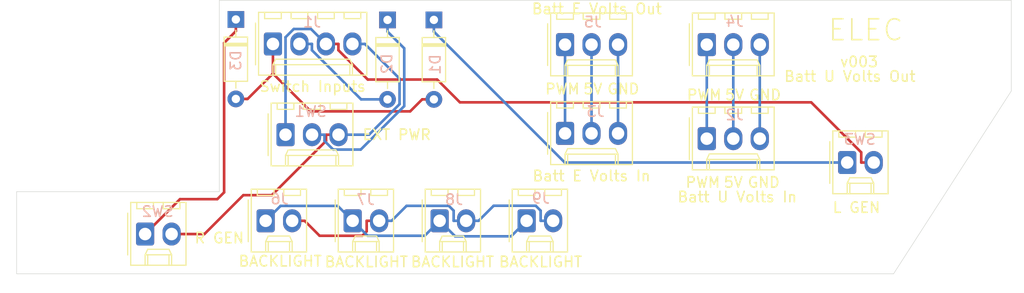
<source format=kicad_pcb>
(kicad_pcb (version 20171130) (host pcbnew "(5.1.5-0-10_14)")

  (general
    (thickness 1.6)
    (drawings 18)
    (tracks 87)
    (zones 0)
    (modules 19)
    (nets 16)
  )

  (page A4)
  (layers
    (0 F.Cu signal)
    (31 B.Cu signal)
    (32 B.Adhes user)
    (33 F.Adhes user)
    (34 B.Paste user)
    (35 F.Paste user)
    (36 B.SilkS user)
    (37 F.SilkS user)
    (38 B.Mask user)
    (39 F.Mask user)
    (40 Dwgs.User user)
    (41 Cmts.User user)
    (42 Eco1.User user)
    (43 Eco2.User user)
    (44 Edge.Cuts user)
    (45 Margin user)
    (46 B.CrtYd user)
    (47 F.CrtYd user)
    (48 B.Fab user)
    (49 F.Fab user)
  )

  (setup
    (last_trace_width 0.25)
    (trace_clearance 0.2)
    (zone_clearance 0.508)
    (zone_45_only no)
    (trace_min 0.2)
    (via_size 0.8)
    (via_drill 0.4)
    (via_min_size 0.4)
    (via_min_drill 0.3)
    (uvia_size 0.3)
    (uvia_drill 0.1)
    (uvias_allowed no)
    (uvia_min_size 0.2)
    (uvia_min_drill 0.1)
    (edge_width 0.05)
    (segment_width 0.2)
    (pcb_text_width 0.3)
    (pcb_text_size 1.5 1.5)
    (mod_edge_width 0.12)
    (mod_text_size 1 1)
    (mod_text_width 0.15)
    (pad_size 1.524 1.524)
    (pad_drill 0.762)
    (pad_to_mask_clearance 0.051)
    (solder_mask_min_width 0.25)
    (aux_axis_origin 0 0)
    (visible_elements FFFFFF7F)
    (pcbplotparams
      (layerselection 0x010fc_ffffffff)
      (usegerberextensions false)
      (usegerberattributes false)
      (usegerberadvancedattributes false)
      (creategerberjobfile false)
      (excludeedgelayer true)
      (linewidth 0.100000)
      (plotframeref false)
      (viasonmask false)
      (mode 1)
      (useauxorigin false)
      (hpglpennumber 1)
      (hpglpenspeed 20)
      (hpglpendiameter 15.000000)
      (psnegative false)
      (psa4output false)
      (plotreference true)
      (plotvalue true)
      (plotinvisibletext false)
      (padsonsilk false)
      (subtractmaskfromsilk false)
      (outputformat 1)
      (mirror false)
      (drillshape 0)
      (scaleselection 1)
      (outputdirectory "Manufacturing/"))
  )

  (net 0 "")
  (net 1 "Net-(D1-Pad2)")
  (net 2 "Net-(D1-Pad1)")
  (net 3 "Net-(D2-Pad1)")
  (net 4 "Net-(D3-Pad1)")
  (net 5 /Row2)
  (net 6 /Row1)
  (net 7 /U_GND)
  (net 8 /U_5V)
  (net 9 /U_PWM)
  (net 10 /E_GND)
  (net 11 /E_5V)
  (net 12 /E_PWM)
  (net 13 "Net-(D2-Pad2)")
  (net 14 /BACKLIGHT-GND)
  (net 15 /BACKLIGHT+12V)

  (net_class Default "This is the default net class."
    (clearance 0.2)
    (trace_width 0.25)
    (via_dia 0.8)
    (via_drill 0.4)
    (uvia_dia 0.3)
    (uvia_drill 0.1)
    (add_net /BACKLIGHT+12V)
    (add_net /BACKLIGHT-GND)
    (add_net /E_5V)
    (add_net /E_GND)
    (add_net /E_PWM)
    (add_net /Row1)
    (add_net /Row2)
    (add_net /U_5V)
    (add_net /U_GND)
    (add_net /U_PWM)
    (add_net "Net-(D1-Pad1)")
    (add_net "Net-(D1-Pad2)")
    (add_net "Net-(D2-Pad1)")
    (add_net "Net-(D2-Pad2)")
    (add_net "Net-(D3-Pad1)")
  )

  (module PT_Library_v001:Molex_1x02_P2.54mm_Vertical (layer F.Cu) (tedit 5B78013E) (tstamp 61750210)
    (at 129.54 98.933)
    (descr "Molex KK-254 Interconnect System, old/engineering part number: AE-6410-02A example for new part number: 22-27-2021, 2 Pins (http://www.molex.com/pdm_docs/sd/022272021_sd.pdf), generated with kicad-footprint-generator")
    (tags "connector Molex KK-254 side entry")
    (path /617601FA)
    (fp_text reference J9 (at 1.361 -2.159) (layer B.SilkS)
      (effects (font (size 1 1) (thickness 0.15)) (justify mirror))
    )
    (fp_text value BACKLIGHT (at 1.3335 3.937) (layer F.SilkS)
      (effects (font (size 1 1) (thickness 0.15)))
    )
    (fp_text user %R (at 1.27 -2.22) (layer F.Fab)
      (effects (font (size 1 1) (thickness 0.15)))
    )
    (fp_line (start 4.31 -3.42) (end -1.77 -3.42) (layer F.CrtYd) (width 0.05))
    (fp_line (start 4.31 3.38) (end 4.31 -3.42) (layer F.CrtYd) (width 0.05))
    (fp_line (start -1.77 3.38) (end 4.31 3.38) (layer F.CrtYd) (width 0.05))
    (fp_line (start -1.77 -3.42) (end -1.77 3.38) (layer F.CrtYd) (width 0.05))
    (fp_line (start 3.34 -2.43) (end 3.34 -3.03) (layer F.SilkS) (width 0.12))
    (fp_line (start 1.74 -2.43) (end 3.34 -2.43) (layer F.SilkS) (width 0.12))
    (fp_line (start 1.74 -3.03) (end 1.74 -2.43) (layer F.SilkS) (width 0.12))
    (fp_line (start 0.8 -2.43) (end 0.8 -3.03) (layer F.SilkS) (width 0.12))
    (fp_line (start -0.8 -2.43) (end 0.8 -2.43) (layer F.SilkS) (width 0.12))
    (fp_line (start -0.8 -3.03) (end -0.8 -2.43) (layer F.SilkS) (width 0.12))
    (fp_line (start 2.29 2.99) (end 2.29 1.99) (layer F.SilkS) (width 0.12))
    (fp_line (start 0.25 2.99) (end 0.25 1.99) (layer F.SilkS) (width 0.12))
    (fp_line (start 2.29 1.46) (end 2.54 1.99) (layer F.SilkS) (width 0.12))
    (fp_line (start 0.25 1.46) (end 2.29 1.46) (layer F.SilkS) (width 0.12))
    (fp_line (start 0 1.99) (end 0.25 1.46) (layer F.SilkS) (width 0.12))
    (fp_line (start 2.54 1.99) (end 2.54 2.99) (layer F.SilkS) (width 0.12))
    (fp_line (start 0 1.99) (end 2.54 1.99) (layer F.SilkS) (width 0.12))
    (fp_line (start 0 2.99) (end 0 1.99) (layer F.SilkS) (width 0.12))
    (fp_line (start -0.562893 0) (end -1.27 0.5) (layer F.Fab) (width 0.1))
    (fp_line (start -1.27 -0.5) (end -0.562893 0) (layer F.Fab) (width 0.1))
    (fp_line (start -1.67 -2) (end -1.67 2) (layer F.SilkS) (width 0.12))
    (fp_line (start 3.92 -3.03) (end -1.38 -3.03) (layer F.SilkS) (width 0.12))
    (fp_line (start 3.92 2.99) (end 3.92 -3.03) (layer F.SilkS) (width 0.12))
    (fp_line (start -1.38 2.99) (end 3.92 2.99) (layer F.SilkS) (width 0.12))
    (fp_line (start -1.38 -3.03) (end -1.38 2.99) (layer F.SilkS) (width 0.12))
    (fp_line (start 3.81 -2.92) (end -1.27 -2.92) (layer F.Fab) (width 0.1))
    (fp_line (start 3.81 2.88) (end 3.81 -2.92) (layer F.Fab) (width 0.1))
    (fp_line (start -1.27 2.88) (end 3.81 2.88) (layer F.Fab) (width 0.1))
    (fp_line (start -1.27 -2.92) (end -1.27 2.88) (layer F.Fab) (width 0.1))
    (pad 2 thru_hole oval (at 2.54 0) (size 1.74 2.2) (drill 1.2) (layers *.Cu *.Mask)
      (net 14 /BACKLIGHT-GND))
    (pad 1 thru_hole roundrect (at 0 0) (size 1.74 2.2) (drill 1.2) (layers *.Cu *.Mask) (roundrect_rratio 0.143678)
      (net 15 /BACKLIGHT+12V))
    (model ${KISYS3DMOD}/Connector_Molex.3dshapes/Molex_KK-254_AE-6410-02A_1x02_P2.54mm_Vertical.wrl
      (at (xyz 0 0 0))
      (scale (xyz 1 1 1))
      (rotate (xyz 0 0 0))
    )
  )

  (module PT_Library_v001:Molex_1x02_P2.54mm_Vertical (layer F.Cu) (tedit 5B78013E) (tstamp 617501EC)
    (at 121.2 98.933)
    (descr "Molex KK-254 Interconnect System, old/engineering part number: AE-6410-02A example for new part number: 22-27-2021, 2 Pins (http://www.molex.com/pdm_docs/sd/022272021_sd.pdf), generated with kicad-footprint-generator")
    (tags "connector Molex KK-254 side entry")
    (path /617601EE)
    (fp_text reference J8 (at 1.379 -2.032) (layer B.SilkS)
      (effects (font (size 1 1) (thickness 0.15)) (justify mirror))
    )
    (fp_text value BACKLIGHT (at 1.227668 3.937) (layer F.SilkS)
      (effects (font (size 1 1) (thickness 0.15)))
    )
    (fp_text user %R (at 1.27 -2.22) (layer F.Fab)
      (effects (font (size 1 1) (thickness 0.15)))
    )
    (fp_line (start 4.31 -3.42) (end -1.77 -3.42) (layer F.CrtYd) (width 0.05))
    (fp_line (start 4.31 3.38) (end 4.31 -3.42) (layer F.CrtYd) (width 0.05))
    (fp_line (start -1.77 3.38) (end 4.31 3.38) (layer F.CrtYd) (width 0.05))
    (fp_line (start -1.77 -3.42) (end -1.77 3.38) (layer F.CrtYd) (width 0.05))
    (fp_line (start 3.34 -2.43) (end 3.34 -3.03) (layer F.SilkS) (width 0.12))
    (fp_line (start 1.74 -2.43) (end 3.34 -2.43) (layer F.SilkS) (width 0.12))
    (fp_line (start 1.74 -3.03) (end 1.74 -2.43) (layer F.SilkS) (width 0.12))
    (fp_line (start 0.8 -2.43) (end 0.8 -3.03) (layer F.SilkS) (width 0.12))
    (fp_line (start -0.8 -2.43) (end 0.8 -2.43) (layer F.SilkS) (width 0.12))
    (fp_line (start -0.8 -3.03) (end -0.8 -2.43) (layer F.SilkS) (width 0.12))
    (fp_line (start 2.29 2.99) (end 2.29 1.99) (layer F.SilkS) (width 0.12))
    (fp_line (start 0.25 2.99) (end 0.25 1.99) (layer F.SilkS) (width 0.12))
    (fp_line (start 2.29 1.46) (end 2.54 1.99) (layer F.SilkS) (width 0.12))
    (fp_line (start 0.25 1.46) (end 2.29 1.46) (layer F.SilkS) (width 0.12))
    (fp_line (start 0 1.99) (end 0.25 1.46) (layer F.SilkS) (width 0.12))
    (fp_line (start 2.54 1.99) (end 2.54 2.99) (layer F.SilkS) (width 0.12))
    (fp_line (start 0 1.99) (end 2.54 1.99) (layer F.SilkS) (width 0.12))
    (fp_line (start 0 2.99) (end 0 1.99) (layer F.SilkS) (width 0.12))
    (fp_line (start -0.562893 0) (end -1.27 0.5) (layer F.Fab) (width 0.1))
    (fp_line (start -1.27 -0.5) (end -0.562893 0) (layer F.Fab) (width 0.1))
    (fp_line (start -1.67 -2) (end -1.67 2) (layer F.SilkS) (width 0.12))
    (fp_line (start 3.92 -3.03) (end -1.38 -3.03) (layer F.SilkS) (width 0.12))
    (fp_line (start 3.92 2.99) (end 3.92 -3.03) (layer F.SilkS) (width 0.12))
    (fp_line (start -1.38 2.99) (end 3.92 2.99) (layer F.SilkS) (width 0.12))
    (fp_line (start -1.38 -3.03) (end -1.38 2.99) (layer F.SilkS) (width 0.12))
    (fp_line (start 3.81 -2.92) (end -1.27 -2.92) (layer F.Fab) (width 0.1))
    (fp_line (start 3.81 2.88) (end 3.81 -2.92) (layer F.Fab) (width 0.1))
    (fp_line (start -1.27 2.88) (end 3.81 2.88) (layer F.Fab) (width 0.1))
    (fp_line (start -1.27 -2.92) (end -1.27 2.88) (layer F.Fab) (width 0.1))
    (pad 2 thru_hole oval (at 2.54 0) (size 1.74 2.2) (drill 1.2) (layers *.Cu *.Mask)
      (net 14 /BACKLIGHT-GND))
    (pad 1 thru_hole roundrect (at 0 0) (size 1.74 2.2) (drill 1.2) (layers *.Cu *.Mask) (roundrect_rratio 0.143678)
      (net 15 /BACKLIGHT+12V))
    (model ${KISYS3DMOD}/Connector_Molex.3dshapes/Molex_KK-254_AE-6410-02A_1x02_P2.54mm_Vertical.wrl
      (at (xyz 0 0 0))
      (scale (xyz 1 1 1))
      (rotate (xyz 0 0 0))
    )
  )

  (module PT_Library_v001:Molex_1x02_P2.54mm_Vertical (layer F.Cu) (tedit 5B78013E) (tstamp 617501C8)
    (at 112.861 98.933)
    (descr "Molex KK-254 Interconnect System, old/engineering part number: AE-6410-02A example for new part number: 22-27-2021, 2 Pins (http://www.molex.com/pdm_docs/sd/022272021_sd.pdf), generated with kicad-footprint-generator")
    (tags "connector Molex KK-254 side entry")
    (path /6175F2BB)
    (fp_text reference J7 (at 1.248834 -2.032) (layer B.SilkS)
      (effects (font (size 1 1) (thickness 0.15)) (justify mirror))
    )
    (fp_text value BACKLIGHT (at 1.312334 3.937) (layer F.SilkS)
      (effects (font (size 1 1) (thickness 0.15)))
    )
    (fp_text user %R (at 1.27 -2.22) (layer F.Fab)
      (effects (font (size 1 1) (thickness 0.15)))
    )
    (fp_line (start 4.31 -3.42) (end -1.77 -3.42) (layer F.CrtYd) (width 0.05))
    (fp_line (start 4.31 3.38) (end 4.31 -3.42) (layer F.CrtYd) (width 0.05))
    (fp_line (start -1.77 3.38) (end 4.31 3.38) (layer F.CrtYd) (width 0.05))
    (fp_line (start -1.77 -3.42) (end -1.77 3.38) (layer F.CrtYd) (width 0.05))
    (fp_line (start 3.34 -2.43) (end 3.34 -3.03) (layer F.SilkS) (width 0.12))
    (fp_line (start 1.74 -2.43) (end 3.34 -2.43) (layer F.SilkS) (width 0.12))
    (fp_line (start 1.74 -3.03) (end 1.74 -2.43) (layer F.SilkS) (width 0.12))
    (fp_line (start 0.8 -2.43) (end 0.8 -3.03) (layer F.SilkS) (width 0.12))
    (fp_line (start -0.8 -2.43) (end 0.8 -2.43) (layer F.SilkS) (width 0.12))
    (fp_line (start -0.8 -3.03) (end -0.8 -2.43) (layer F.SilkS) (width 0.12))
    (fp_line (start 2.29 2.99) (end 2.29 1.99) (layer F.SilkS) (width 0.12))
    (fp_line (start 0.25 2.99) (end 0.25 1.99) (layer F.SilkS) (width 0.12))
    (fp_line (start 2.29 1.46) (end 2.54 1.99) (layer F.SilkS) (width 0.12))
    (fp_line (start 0.25 1.46) (end 2.29 1.46) (layer F.SilkS) (width 0.12))
    (fp_line (start 0 1.99) (end 0.25 1.46) (layer F.SilkS) (width 0.12))
    (fp_line (start 2.54 1.99) (end 2.54 2.99) (layer F.SilkS) (width 0.12))
    (fp_line (start 0 1.99) (end 2.54 1.99) (layer F.SilkS) (width 0.12))
    (fp_line (start 0 2.99) (end 0 1.99) (layer F.SilkS) (width 0.12))
    (fp_line (start -0.562893 0) (end -1.27 0.5) (layer F.Fab) (width 0.1))
    (fp_line (start -1.27 -0.5) (end -0.562893 0) (layer F.Fab) (width 0.1))
    (fp_line (start -1.67 -2) (end -1.67 2) (layer F.SilkS) (width 0.12))
    (fp_line (start 3.92 -3.03) (end -1.38 -3.03) (layer F.SilkS) (width 0.12))
    (fp_line (start 3.92 2.99) (end 3.92 -3.03) (layer F.SilkS) (width 0.12))
    (fp_line (start -1.38 2.99) (end 3.92 2.99) (layer F.SilkS) (width 0.12))
    (fp_line (start -1.38 -3.03) (end -1.38 2.99) (layer F.SilkS) (width 0.12))
    (fp_line (start 3.81 -2.92) (end -1.27 -2.92) (layer F.Fab) (width 0.1))
    (fp_line (start 3.81 2.88) (end 3.81 -2.92) (layer F.Fab) (width 0.1))
    (fp_line (start -1.27 2.88) (end 3.81 2.88) (layer F.Fab) (width 0.1))
    (fp_line (start -1.27 -2.92) (end -1.27 2.88) (layer F.Fab) (width 0.1))
    (pad 2 thru_hole oval (at 2.54 0) (size 1.74 2.2) (drill 1.2) (layers *.Cu *.Mask)
      (net 14 /BACKLIGHT-GND))
    (pad 1 thru_hole roundrect (at 0 0) (size 1.74 2.2) (drill 1.2) (layers *.Cu *.Mask) (roundrect_rratio 0.143678)
      (net 15 /BACKLIGHT+12V))
    (model ${KISYS3DMOD}/Connector_Molex.3dshapes/Molex_KK-254_AE-6410-02A_1x02_P2.54mm_Vertical.wrl
      (at (xyz 0 0 0))
      (scale (xyz 1 1 1))
      (rotate (xyz 0 0 0))
    )
  )

  (module PT_Library_v001:Molex_1x02_P2.54mm_Vertical (layer F.Cu) (tedit 5B78013E) (tstamp 617501A4)
    (at 104.521 98.933)
    (descr "Molex KK-254 Interconnect System, old/engineering part number: AE-6410-02A example for new part number: 22-27-2021, 2 Pins (http://www.molex.com/pdm_docs/sd/022272021_sd.pdf), generated with kicad-footprint-generator")
    (tags "connector Molex KK-254 side entry")
    (path /6175E872)
    (fp_text reference J6 (at 1.3335 -2.0955) (layer B.SilkS)
      (effects (font (size 1 1) (thickness 0.15)) (justify mirror))
    )
    (fp_text value BACKLIGHT (at 1.397 3.8735) (layer F.SilkS)
      (effects (font (size 1 1) (thickness 0.15)))
    )
    (fp_text user %R (at 1.27 -2.22) (layer F.Fab)
      (effects (font (size 1 1) (thickness 0.15)))
    )
    (fp_line (start 4.31 -3.42) (end -1.77 -3.42) (layer F.CrtYd) (width 0.05))
    (fp_line (start 4.31 3.38) (end 4.31 -3.42) (layer F.CrtYd) (width 0.05))
    (fp_line (start -1.77 3.38) (end 4.31 3.38) (layer F.CrtYd) (width 0.05))
    (fp_line (start -1.77 -3.42) (end -1.77 3.38) (layer F.CrtYd) (width 0.05))
    (fp_line (start 3.34 -2.43) (end 3.34 -3.03) (layer F.SilkS) (width 0.12))
    (fp_line (start 1.74 -2.43) (end 3.34 -2.43) (layer F.SilkS) (width 0.12))
    (fp_line (start 1.74 -3.03) (end 1.74 -2.43) (layer F.SilkS) (width 0.12))
    (fp_line (start 0.8 -2.43) (end 0.8 -3.03) (layer F.SilkS) (width 0.12))
    (fp_line (start -0.8 -2.43) (end 0.8 -2.43) (layer F.SilkS) (width 0.12))
    (fp_line (start -0.8 -3.03) (end -0.8 -2.43) (layer F.SilkS) (width 0.12))
    (fp_line (start 2.29 2.99) (end 2.29 1.99) (layer F.SilkS) (width 0.12))
    (fp_line (start 0.25 2.99) (end 0.25 1.99) (layer F.SilkS) (width 0.12))
    (fp_line (start 2.29 1.46) (end 2.54 1.99) (layer F.SilkS) (width 0.12))
    (fp_line (start 0.25 1.46) (end 2.29 1.46) (layer F.SilkS) (width 0.12))
    (fp_line (start 0 1.99) (end 0.25 1.46) (layer F.SilkS) (width 0.12))
    (fp_line (start 2.54 1.99) (end 2.54 2.99) (layer F.SilkS) (width 0.12))
    (fp_line (start 0 1.99) (end 2.54 1.99) (layer F.SilkS) (width 0.12))
    (fp_line (start 0 2.99) (end 0 1.99) (layer F.SilkS) (width 0.12))
    (fp_line (start -0.562893 0) (end -1.27 0.5) (layer F.Fab) (width 0.1))
    (fp_line (start -1.27 -0.5) (end -0.562893 0) (layer F.Fab) (width 0.1))
    (fp_line (start -1.67 -2) (end -1.67 2) (layer F.SilkS) (width 0.12))
    (fp_line (start 3.92 -3.03) (end -1.38 -3.03) (layer F.SilkS) (width 0.12))
    (fp_line (start 3.92 2.99) (end 3.92 -3.03) (layer F.SilkS) (width 0.12))
    (fp_line (start -1.38 2.99) (end 3.92 2.99) (layer F.SilkS) (width 0.12))
    (fp_line (start -1.38 -3.03) (end -1.38 2.99) (layer F.SilkS) (width 0.12))
    (fp_line (start 3.81 -2.92) (end -1.27 -2.92) (layer F.Fab) (width 0.1))
    (fp_line (start 3.81 2.88) (end 3.81 -2.92) (layer F.Fab) (width 0.1))
    (fp_line (start -1.27 2.88) (end 3.81 2.88) (layer F.Fab) (width 0.1))
    (fp_line (start -1.27 -2.92) (end -1.27 2.88) (layer F.Fab) (width 0.1))
    (pad 2 thru_hole oval (at 2.54 0) (size 1.74 2.2) (drill 1.2) (layers *.Cu *.Mask)
      (net 14 /BACKLIGHT-GND))
    (pad 1 thru_hole roundrect (at 0 0) (size 1.74 2.2) (drill 1.2) (layers *.Cu *.Mask) (roundrect_rratio 0.143678)
      (net 15 /BACKLIGHT+12V))
    (model ${KISYS3DMOD}/Connector_Molex.3dshapes/Molex_KK-254_AE-6410-02A_1x02_P2.54mm_Vertical.wrl
      (at (xyz 0 0 0))
      (scale (xyz 1 1 1))
      (rotate (xyz 0 0 0))
    )
  )

  (module PT_Library_v001:Molex_1x03_P2.54mm_Vertical (layer F.Cu) (tedit 5B78013E) (tstamp 6070FFED)
    (at 133.223 82.042)
    (descr "Molex KK-254 Interconnect System, old/engineering part number: AE-6410-03A example for new part number: 22-27-2031, 3 Pins (http://www.molex.com/pdm_docs/sd/022272021_sd.pdf), generated with kicad-footprint-generator")
    (tags "connector Molex KK-254 side entry")
    (path /5FCD6F96)
    (fp_text reference J5 (at 2.667 -2.159) (layer B.SilkS)
      (effects (font (size 1 1) (thickness 0.15)) (justify mirror))
    )
    (fp_text value "Batt E Volts Out" (at 3.048 -3.429) (layer F.SilkS)
      (effects (font (size 1 1) (thickness 0.15)))
    )
    (fp_text user %R (at 2.54 -2.22) (layer F.Fab)
      (effects (font (size 1 1) (thickness 0.15)))
    )
    (fp_line (start 6.85 -3.42) (end -1.77 -3.42) (layer F.CrtYd) (width 0.05))
    (fp_line (start 6.85 3.38) (end 6.85 -3.42) (layer F.CrtYd) (width 0.05))
    (fp_line (start -1.77 3.38) (end 6.85 3.38) (layer F.CrtYd) (width 0.05))
    (fp_line (start -1.77 -3.42) (end -1.77 3.38) (layer F.CrtYd) (width 0.05))
    (fp_line (start 5.88 -2.43) (end 5.88 -3.03) (layer F.SilkS) (width 0.12))
    (fp_line (start 4.28 -2.43) (end 5.88 -2.43) (layer F.SilkS) (width 0.12))
    (fp_line (start 4.28 -3.03) (end 4.28 -2.43) (layer F.SilkS) (width 0.12))
    (fp_line (start 3.34 -2.43) (end 3.34 -3.03) (layer F.SilkS) (width 0.12))
    (fp_line (start 1.74 -2.43) (end 3.34 -2.43) (layer F.SilkS) (width 0.12))
    (fp_line (start 1.74 -3.03) (end 1.74 -2.43) (layer F.SilkS) (width 0.12))
    (fp_line (start 0.8 -2.43) (end 0.8 -3.03) (layer F.SilkS) (width 0.12))
    (fp_line (start -0.8 -2.43) (end 0.8 -2.43) (layer F.SilkS) (width 0.12))
    (fp_line (start -0.8 -3.03) (end -0.8 -2.43) (layer F.SilkS) (width 0.12))
    (fp_line (start 4.83 2.99) (end 4.83 1.99) (layer F.SilkS) (width 0.12))
    (fp_line (start 0.25 2.99) (end 0.25 1.99) (layer F.SilkS) (width 0.12))
    (fp_line (start 4.83 1.46) (end 5.08 1.99) (layer F.SilkS) (width 0.12))
    (fp_line (start 0.25 1.46) (end 4.83 1.46) (layer F.SilkS) (width 0.12))
    (fp_line (start 0 1.99) (end 0.25 1.46) (layer F.SilkS) (width 0.12))
    (fp_line (start 5.08 1.99) (end 5.08 2.99) (layer F.SilkS) (width 0.12))
    (fp_line (start 0 1.99) (end 5.08 1.99) (layer F.SilkS) (width 0.12))
    (fp_line (start 0 2.99) (end 0 1.99) (layer F.SilkS) (width 0.12))
    (fp_line (start -0.562893 0) (end -1.27 0.5) (layer F.Fab) (width 0.1))
    (fp_line (start -1.27 -0.5) (end -0.562893 0) (layer F.Fab) (width 0.1))
    (fp_line (start -1.67 -2) (end -1.67 2) (layer F.SilkS) (width 0.12))
    (fp_line (start 6.46 -3.03) (end -1.38 -3.03) (layer F.SilkS) (width 0.12))
    (fp_line (start 6.46 2.99) (end 6.46 -3.03) (layer F.SilkS) (width 0.12))
    (fp_line (start -1.38 2.99) (end 6.46 2.99) (layer F.SilkS) (width 0.12))
    (fp_line (start -1.38 -3.03) (end -1.38 2.99) (layer F.SilkS) (width 0.12))
    (fp_line (start 6.35 -2.92) (end -1.27 -2.92) (layer F.Fab) (width 0.1))
    (fp_line (start 6.35 2.88) (end 6.35 -2.92) (layer F.Fab) (width 0.1))
    (fp_line (start -1.27 2.88) (end 6.35 2.88) (layer F.Fab) (width 0.1))
    (fp_line (start -1.27 -2.92) (end -1.27 2.88) (layer F.Fab) (width 0.1))
    (pad 3 thru_hole oval (at 5.08 0) (size 1.74 2.2) (drill 1.2) (layers *.Cu *.Mask)
      (net 10 /E_GND))
    (pad 2 thru_hole oval (at 2.54 0) (size 1.74 2.2) (drill 1.2) (layers *.Cu *.Mask)
      (net 11 /E_5V))
    (pad 1 thru_hole roundrect (at 0 0) (size 1.74 2.2) (drill 1.2) (layers *.Cu *.Mask) (roundrect_rratio 0.143678)
      (net 12 /E_PWM))
    (model ${KISYS3DMOD}/Connector_Molex.3dshapes/Molex_KK-254_AE-6410-03A_1x03_P2.54mm_Vertical.wrl
      (at (xyz 0 0 0))
      (scale (xyz 1 1 1))
      (rotate (xyz 0 0 0))
    )
  )

  (module PT_Library_v001:Molex_1x03_P2.54mm_Vertical (layer F.Cu) (tedit 5B78013E) (tstamp 6071006E)
    (at 146.812 82.042)
    (descr "Molex KK-254 Interconnect System, old/engineering part number: AE-6410-03A example for new part number: 22-27-2031, 3 Pins (http://www.molex.com/pdm_docs/sd/022272021_sd.pdf), generated with kicad-footprint-generator")
    (tags "connector Molex KK-254 side entry")
    (path /5FCD4553)
    (fp_text reference J4 (at 2.667 -2.2225) (layer B.SilkS)
      (effects (font (size 1 1) (thickness 0.15)) (justify mirror))
    )
    (fp_text value "Batt U Volts Out" (at 13.716 3.048) (layer F.SilkS)
      (effects (font (size 1 1) (thickness 0.15)))
    )
    (fp_text user %R (at 2.54 -2.22) (layer F.Fab)
      (effects (font (size 1 1) (thickness 0.15)))
    )
    (fp_line (start 6.85 -3.42) (end -1.77 -3.42) (layer F.CrtYd) (width 0.05))
    (fp_line (start 6.85 3.38) (end 6.85 -3.42) (layer F.CrtYd) (width 0.05))
    (fp_line (start -1.77 3.38) (end 6.85 3.38) (layer F.CrtYd) (width 0.05))
    (fp_line (start -1.77 -3.42) (end -1.77 3.38) (layer F.CrtYd) (width 0.05))
    (fp_line (start 5.88 -2.43) (end 5.88 -3.03) (layer F.SilkS) (width 0.12))
    (fp_line (start 4.28 -2.43) (end 5.88 -2.43) (layer F.SilkS) (width 0.12))
    (fp_line (start 4.28 -3.03) (end 4.28 -2.43) (layer F.SilkS) (width 0.12))
    (fp_line (start 3.34 -2.43) (end 3.34 -3.03) (layer F.SilkS) (width 0.12))
    (fp_line (start 1.74 -2.43) (end 3.34 -2.43) (layer F.SilkS) (width 0.12))
    (fp_line (start 1.74 -3.03) (end 1.74 -2.43) (layer F.SilkS) (width 0.12))
    (fp_line (start 0.8 -2.43) (end 0.8 -3.03) (layer F.SilkS) (width 0.12))
    (fp_line (start -0.8 -2.43) (end 0.8 -2.43) (layer F.SilkS) (width 0.12))
    (fp_line (start -0.8 -3.03) (end -0.8 -2.43) (layer F.SilkS) (width 0.12))
    (fp_line (start 4.83 2.99) (end 4.83 1.99) (layer F.SilkS) (width 0.12))
    (fp_line (start 0.25 2.99) (end 0.25 1.99) (layer F.SilkS) (width 0.12))
    (fp_line (start 4.83 1.46) (end 5.08 1.99) (layer F.SilkS) (width 0.12))
    (fp_line (start 0.25 1.46) (end 4.83 1.46) (layer F.SilkS) (width 0.12))
    (fp_line (start 0 1.99) (end 0.25 1.46) (layer F.SilkS) (width 0.12))
    (fp_line (start 5.08 1.99) (end 5.08 2.99) (layer F.SilkS) (width 0.12))
    (fp_line (start 0 1.99) (end 5.08 1.99) (layer F.SilkS) (width 0.12))
    (fp_line (start 0 2.99) (end 0 1.99) (layer F.SilkS) (width 0.12))
    (fp_line (start -0.562893 0) (end -1.27 0.5) (layer F.Fab) (width 0.1))
    (fp_line (start -1.27 -0.5) (end -0.562893 0) (layer F.Fab) (width 0.1))
    (fp_line (start -1.67 -2) (end -1.67 2) (layer F.SilkS) (width 0.12))
    (fp_line (start 6.46 -3.03) (end -1.38 -3.03) (layer F.SilkS) (width 0.12))
    (fp_line (start 6.46 2.99) (end 6.46 -3.03) (layer F.SilkS) (width 0.12))
    (fp_line (start -1.38 2.99) (end 6.46 2.99) (layer F.SilkS) (width 0.12))
    (fp_line (start -1.38 -3.03) (end -1.38 2.99) (layer F.SilkS) (width 0.12))
    (fp_line (start 6.35 -2.92) (end -1.27 -2.92) (layer F.Fab) (width 0.1))
    (fp_line (start 6.35 2.88) (end 6.35 -2.92) (layer F.Fab) (width 0.1))
    (fp_line (start -1.27 2.88) (end 6.35 2.88) (layer F.Fab) (width 0.1))
    (fp_line (start -1.27 -2.92) (end -1.27 2.88) (layer F.Fab) (width 0.1))
    (pad 3 thru_hole oval (at 5.08 0) (size 1.74 2.2) (drill 1.2) (layers *.Cu *.Mask)
      (net 7 /U_GND))
    (pad 2 thru_hole oval (at 2.54 0) (size 1.74 2.2) (drill 1.2) (layers *.Cu *.Mask)
      (net 8 /U_5V))
    (pad 1 thru_hole roundrect (at 0 0) (size 1.74 2.2) (drill 1.2) (layers *.Cu *.Mask) (roundrect_rratio 0.143678)
      (net 9 /U_PWM))
    (model ${KISYS3DMOD}/Connector_Molex.3dshapes/Molex_KK-254_AE-6410-03A_1x03_P2.54mm_Vertical.wrl
      (at (xyz 0 0 0))
      (scale (xyz 1 1 1))
      (rotate (xyz 0 0 0))
    )
  )

  (module PT_Library_v001:Molex_1x03_P2.54mm_Vertical (layer F.Cu) (tedit 5B78013E) (tstamp 6070FE6A)
    (at 133.223 90.551)
    (descr "Molex KK-254 Interconnect System, old/engineering part number: AE-6410-03A example for new part number: 22-27-2031, 3 Pins (http://www.molex.com/pdm_docs/sd/022272021_sd.pdf), generated with kicad-footprint-generator")
    (tags "connector Molex KK-254 side entry")
    (path /5FCD6FA0)
    (fp_text reference J3 (at 2.921 -2.0955) (layer B.SilkS)
      (effects (font (size 1 1) (thickness 0.15)) (justify mirror))
    )
    (fp_text value "Batt E Volts In" (at 2.54 4.08) (layer F.SilkS)
      (effects (font (size 1 1) (thickness 0.15)))
    )
    (fp_text user %R (at 2.54 -2.22) (layer F.Fab)
      (effects (font (size 1 1) (thickness 0.15)))
    )
    (fp_line (start 6.85 -3.42) (end -1.77 -3.42) (layer F.CrtYd) (width 0.05))
    (fp_line (start 6.85 3.38) (end 6.85 -3.42) (layer F.CrtYd) (width 0.05))
    (fp_line (start -1.77 3.38) (end 6.85 3.38) (layer F.CrtYd) (width 0.05))
    (fp_line (start -1.77 -3.42) (end -1.77 3.38) (layer F.CrtYd) (width 0.05))
    (fp_line (start 5.88 -2.43) (end 5.88 -3.03) (layer F.SilkS) (width 0.12))
    (fp_line (start 4.28 -2.43) (end 5.88 -2.43) (layer F.SilkS) (width 0.12))
    (fp_line (start 4.28 -3.03) (end 4.28 -2.43) (layer F.SilkS) (width 0.12))
    (fp_line (start 3.34 -2.43) (end 3.34 -3.03) (layer F.SilkS) (width 0.12))
    (fp_line (start 1.74 -2.43) (end 3.34 -2.43) (layer F.SilkS) (width 0.12))
    (fp_line (start 1.74 -3.03) (end 1.74 -2.43) (layer F.SilkS) (width 0.12))
    (fp_line (start 0.8 -2.43) (end 0.8 -3.03) (layer F.SilkS) (width 0.12))
    (fp_line (start -0.8 -2.43) (end 0.8 -2.43) (layer F.SilkS) (width 0.12))
    (fp_line (start -0.8 -3.03) (end -0.8 -2.43) (layer F.SilkS) (width 0.12))
    (fp_line (start 4.83 2.99) (end 4.83 1.99) (layer F.SilkS) (width 0.12))
    (fp_line (start 0.25 2.99) (end 0.25 1.99) (layer F.SilkS) (width 0.12))
    (fp_line (start 4.83 1.46) (end 5.08 1.99) (layer F.SilkS) (width 0.12))
    (fp_line (start 0.25 1.46) (end 4.83 1.46) (layer F.SilkS) (width 0.12))
    (fp_line (start 0 1.99) (end 0.25 1.46) (layer F.SilkS) (width 0.12))
    (fp_line (start 5.08 1.99) (end 5.08 2.99) (layer F.SilkS) (width 0.12))
    (fp_line (start 0 1.99) (end 5.08 1.99) (layer F.SilkS) (width 0.12))
    (fp_line (start 0 2.99) (end 0 1.99) (layer F.SilkS) (width 0.12))
    (fp_line (start -0.562893 0) (end -1.27 0.5) (layer F.Fab) (width 0.1))
    (fp_line (start -1.27 -0.5) (end -0.562893 0) (layer F.Fab) (width 0.1))
    (fp_line (start -1.67 -2) (end -1.67 2) (layer F.SilkS) (width 0.12))
    (fp_line (start 6.46 -3.03) (end -1.38 -3.03) (layer F.SilkS) (width 0.12))
    (fp_line (start 6.46 2.99) (end 6.46 -3.03) (layer F.SilkS) (width 0.12))
    (fp_line (start -1.38 2.99) (end 6.46 2.99) (layer F.SilkS) (width 0.12))
    (fp_line (start -1.38 -3.03) (end -1.38 2.99) (layer F.SilkS) (width 0.12))
    (fp_line (start 6.35 -2.92) (end -1.27 -2.92) (layer F.Fab) (width 0.1))
    (fp_line (start 6.35 2.88) (end 6.35 -2.92) (layer F.Fab) (width 0.1))
    (fp_line (start -1.27 2.88) (end 6.35 2.88) (layer F.Fab) (width 0.1))
    (fp_line (start -1.27 -2.92) (end -1.27 2.88) (layer F.Fab) (width 0.1))
    (pad 3 thru_hole oval (at 5.08 0) (size 1.74 2.2) (drill 1.2) (layers *.Cu *.Mask)
      (net 10 /E_GND))
    (pad 2 thru_hole oval (at 2.54 0) (size 1.74 2.2) (drill 1.2) (layers *.Cu *.Mask)
      (net 11 /E_5V))
    (pad 1 thru_hole roundrect (at 0 0) (size 1.74 2.2) (drill 1.2) (layers *.Cu *.Mask) (roundrect_rratio 0.143678)
      (net 12 /E_PWM))
    (model ${KISYS3DMOD}/Connector_Molex.3dshapes/Molex_KK-254_AE-6410-03A_1x03_P2.54mm_Vertical.wrl
      (at (xyz 0 0 0))
      (scale (xyz 1 1 1))
      (rotate (xyz 0 0 0))
    )
  )

  (module PT_Library_v001:Molex_1x03_P2.54mm_Vertical (layer F.Cu) (tedit 5B78013E) (tstamp 6070FF6C)
    (at 146.812 91.059)
    (descr "Molex KK-254 Interconnect System, old/engineering part number: AE-6410-03A example for new part number: 22-27-2031, 3 Pins (http://www.molex.com/pdm_docs/sd/022272021_sd.pdf), generated with kicad-footprint-generator")
    (tags "connector Molex KK-254 side entry")
    (path /5FCD49BD)
    (fp_text reference J2 (at 2.667 -2.286) (layer B.SilkS)
      (effects (font (size 1 1) (thickness 0.15)) (justify mirror))
    )
    (fp_text value "Batt U Volts In" (at 2.921 5.588) (layer F.SilkS)
      (effects (font (size 1 1) (thickness 0.15)))
    )
    (fp_text user %R (at 2.54 -2.22) (layer F.Fab)
      (effects (font (size 1 1) (thickness 0.15)))
    )
    (fp_line (start 6.85 -3.42) (end -1.77 -3.42) (layer F.CrtYd) (width 0.05))
    (fp_line (start 6.85 3.38) (end 6.85 -3.42) (layer F.CrtYd) (width 0.05))
    (fp_line (start -1.77 3.38) (end 6.85 3.38) (layer F.CrtYd) (width 0.05))
    (fp_line (start -1.77 -3.42) (end -1.77 3.38) (layer F.CrtYd) (width 0.05))
    (fp_line (start 5.88 -2.43) (end 5.88 -3.03) (layer F.SilkS) (width 0.12))
    (fp_line (start 4.28 -2.43) (end 5.88 -2.43) (layer F.SilkS) (width 0.12))
    (fp_line (start 4.28 -3.03) (end 4.28 -2.43) (layer F.SilkS) (width 0.12))
    (fp_line (start 3.34 -2.43) (end 3.34 -3.03) (layer F.SilkS) (width 0.12))
    (fp_line (start 1.74 -2.43) (end 3.34 -2.43) (layer F.SilkS) (width 0.12))
    (fp_line (start 1.74 -3.03) (end 1.74 -2.43) (layer F.SilkS) (width 0.12))
    (fp_line (start 0.8 -2.43) (end 0.8 -3.03) (layer F.SilkS) (width 0.12))
    (fp_line (start -0.8 -2.43) (end 0.8 -2.43) (layer F.SilkS) (width 0.12))
    (fp_line (start -0.8 -3.03) (end -0.8 -2.43) (layer F.SilkS) (width 0.12))
    (fp_line (start 4.83 2.99) (end 4.83 1.99) (layer F.SilkS) (width 0.12))
    (fp_line (start 0.25 2.99) (end 0.25 1.99) (layer F.SilkS) (width 0.12))
    (fp_line (start 4.83 1.46) (end 5.08 1.99) (layer F.SilkS) (width 0.12))
    (fp_line (start 0.25 1.46) (end 4.83 1.46) (layer F.SilkS) (width 0.12))
    (fp_line (start 0 1.99) (end 0.25 1.46) (layer F.SilkS) (width 0.12))
    (fp_line (start 5.08 1.99) (end 5.08 2.99) (layer F.SilkS) (width 0.12))
    (fp_line (start 0 1.99) (end 5.08 1.99) (layer F.SilkS) (width 0.12))
    (fp_line (start 0 2.99) (end 0 1.99) (layer F.SilkS) (width 0.12))
    (fp_line (start -0.562893 0) (end -1.27 0.5) (layer F.Fab) (width 0.1))
    (fp_line (start -1.27 -0.5) (end -0.562893 0) (layer F.Fab) (width 0.1))
    (fp_line (start -1.67 -2) (end -1.67 2) (layer F.SilkS) (width 0.12))
    (fp_line (start 6.46 -3.03) (end -1.38 -3.03) (layer F.SilkS) (width 0.12))
    (fp_line (start 6.46 2.99) (end 6.46 -3.03) (layer F.SilkS) (width 0.12))
    (fp_line (start -1.38 2.99) (end 6.46 2.99) (layer F.SilkS) (width 0.12))
    (fp_line (start -1.38 -3.03) (end -1.38 2.99) (layer F.SilkS) (width 0.12))
    (fp_line (start 6.35 -2.92) (end -1.27 -2.92) (layer F.Fab) (width 0.1))
    (fp_line (start 6.35 2.88) (end 6.35 -2.92) (layer F.Fab) (width 0.1))
    (fp_line (start -1.27 2.88) (end 6.35 2.88) (layer F.Fab) (width 0.1))
    (fp_line (start -1.27 -2.92) (end -1.27 2.88) (layer F.Fab) (width 0.1))
    (pad 3 thru_hole oval (at 5.08 0) (size 1.74 2.2) (drill 1.2) (layers *.Cu *.Mask)
      (net 7 /U_GND))
    (pad 2 thru_hole oval (at 2.54 0) (size 1.74 2.2) (drill 1.2) (layers *.Cu *.Mask)
      (net 8 /U_5V))
    (pad 1 thru_hole roundrect (at 0 0) (size 1.74 2.2) (drill 1.2) (layers *.Cu *.Mask) (roundrect_rratio 0.143678)
      (net 9 /U_PWM))
    (model ${KISYS3DMOD}/Connector_Molex.3dshapes/Molex_KK-254_AE-6410-03A_1x03_P2.54mm_Vertical.wrl
      (at (xyz 0 0 0))
      (scale (xyz 1 1 1))
      (rotate (xyz 0 0 0))
    )
  )

  (module PT_Library_v001:Molex_1x04_P2.54mm_Vertical (layer F.Cu) (tedit 5B78013E) (tstamp 60710E5E)
    (at 105.22 81.9785)
    (descr "Molex KK-254 Interconnect System, old/engineering part number: AE-6410-04A example for new part number: 22-27-2041, 4 Pins (http://www.molex.com/pdm_docs/sd/022272021_sd.pdf), generated with kicad-footprint-generator")
    (tags "connector Molex KK-254 side entry")
    (path /5FCD1600)
    (fp_text reference J1 (at 3.7465 -2.0955) (layer B.SilkS)
      (effects (font (size 1 1) (thickness 0.15)) (justify mirror))
    )
    (fp_text value "Switch Inputs" (at 3.81 4.08) (layer F.SilkS)
      (effects (font (size 1 1) (thickness 0.15)))
    )
    (fp_text user %R (at 3.81 -2.22) (layer F.Fab)
      (effects (font (size 1 1) (thickness 0.15)))
    )
    (fp_line (start 9.39 -3.42) (end -1.77 -3.42) (layer F.CrtYd) (width 0.05))
    (fp_line (start 9.39 3.38) (end 9.39 -3.42) (layer F.CrtYd) (width 0.05))
    (fp_line (start -1.77 3.38) (end 9.39 3.38) (layer F.CrtYd) (width 0.05))
    (fp_line (start -1.77 -3.42) (end -1.77 3.38) (layer F.CrtYd) (width 0.05))
    (fp_line (start 8.42 -2.43) (end 8.42 -3.03) (layer F.SilkS) (width 0.12))
    (fp_line (start 6.82 -2.43) (end 8.42 -2.43) (layer F.SilkS) (width 0.12))
    (fp_line (start 6.82 -3.03) (end 6.82 -2.43) (layer F.SilkS) (width 0.12))
    (fp_line (start 5.88 -2.43) (end 5.88 -3.03) (layer F.SilkS) (width 0.12))
    (fp_line (start 4.28 -2.43) (end 5.88 -2.43) (layer F.SilkS) (width 0.12))
    (fp_line (start 4.28 -3.03) (end 4.28 -2.43) (layer F.SilkS) (width 0.12))
    (fp_line (start 3.34 -2.43) (end 3.34 -3.03) (layer F.SilkS) (width 0.12))
    (fp_line (start 1.74 -2.43) (end 3.34 -2.43) (layer F.SilkS) (width 0.12))
    (fp_line (start 1.74 -3.03) (end 1.74 -2.43) (layer F.SilkS) (width 0.12))
    (fp_line (start 0.8 -2.43) (end 0.8 -3.03) (layer F.SilkS) (width 0.12))
    (fp_line (start -0.8 -2.43) (end 0.8 -2.43) (layer F.SilkS) (width 0.12))
    (fp_line (start -0.8 -3.03) (end -0.8 -2.43) (layer F.SilkS) (width 0.12))
    (fp_line (start 7.37 2.99) (end 7.37 1.99) (layer F.SilkS) (width 0.12))
    (fp_line (start 0.25 2.99) (end 0.25 1.99) (layer F.SilkS) (width 0.12))
    (fp_line (start 7.37 1.46) (end 7.62 1.99) (layer F.SilkS) (width 0.12))
    (fp_line (start 0.25 1.46) (end 7.37 1.46) (layer F.SilkS) (width 0.12))
    (fp_line (start 0 1.99) (end 0.25 1.46) (layer F.SilkS) (width 0.12))
    (fp_line (start 7.62 1.99) (end 7.62 2.99) (layer F.SilkS) (width 0.12))
    (fp_line (start 0 1.99) (end 7.62 1.99) (layer F.SilkS) (width 0.12))
    (fp_line (start 0 2.99) (end 0 1.99) (layer F.SilkS) (width 0.12))
    (fp_line (start -0.562893 0) (end -1.27 0.5) (layer F.Fab) (width 0.1))
    (fp_line (start -1.27 -0.5) (end -0.562893 0) (layer F.Fab) (width 0.1))
    (fp_line (start -1.67 -2) (end -1.67 2) (layer F.SilkS) (width 0.12))
    (fp_line (start 9 -3.03) (end -1.38 -3.03) (layer F.SilkS) (width 0.12))
    (fp_line (start 9 2.99) (end 9 -3.03) (layer F.SilkS) (width 0.12))
    (fp_line (start -1.38 2.99) (end 9 2.99) (layer F.SilkS) (width 0.12))
    (fp_line (start -1.38 -3.03) (end -1.38 2.99) (layer F.SilkS) (width 0.12))
    (fp_line (start 8.89 -2.92) (end -1.27 -2.92) (layer F.Fab) (width 0.1))
    (fp_line (start 8.89 2.88) (end 8.89 -2.92) (layer F.Fab) (width 0.1))
    (fp_line (start -1.27 2.88) (end 8.89 2.88) (layer F.Fab) (width 0.1))
    (fp_line (start -1.27 -2.92) (end -1.27 2.88) (layer F.Fab) (width 0.1))
    (pad 4 thru_hole oval (at 7.62 0) (size 1.74 2.2) (drill 1.2) (layers *.Cu *.Mask)
      (net 5 /Row2))
    (pad 3 thru_hole oval (at 5.08 0) (size 1.74 2.2) (drill 1.2) (layers *.Cu *.Mask)
      (net 6 /Row1))
    (pad 2 thru_hole oval (at 2.54 0) (size 1.74 2.2) (drill 1.2) (layers *.Cu *.Mask)
      (net 13 "Net-(D2-Pad2)"))
    (pad 1 thru_hole roundrect (at 0 0) (size 1.74 2.2) (drill 1.2) (layers *.Cu *.Mask) (roundrect_rratio 0.143678)
      (net 1 "Net-(D1-Pad2)"))
    (model ${KISYS3DMOD}/Connector_Molex.3dshapes/Molex_KK-254_AE-6410-04A_1x04_P2.54mm_Vertical.wrl
      (at (xyz 0 0 0))
      (scale (xyz 1 1 1))
      (rotate (xyz 0 0 0))
    )
  )

  (module MountingHole:MountingHole_4.3mm_M4 (layer F.Cu) (tedit 56D1B4CB) (tstamp 60710371)
    (at 172.085 85.471)
    (descr "Mounting Hole 4.3mm, no annular, M4")
    (tags "mounting hole 4.3mm no annular m4")
    (path /6066C6C9)
    (attr virtual)
    (fp_text reference H4 (at 0 -5.3) (layer F.SilkS) hide
      (effects (font (size 1 1) (thickness 0.15)))
    )
    (fp_text value MountingHole (at 0 5.3) (layer F.Fab)
      (effects (font (size 1 1) (thickness 0.15)))
    )
    (fp_circle (center 0 0) (end 4.55 0) (layer F.CrtYd) (width 0.05))
    (fp_circle (center 0 0) (end 4.3 0) (layer Cmts.User) (width 0.15))
    (fp_text user %R (at 0.3 0) (layer F.Fab)
      (effects (font (size 1 1) (thickness 0.15)))
    )
    (pad 1 np_thru_hole circle (at 0 0) (size 4.3 4.3) (drill 4.3) (layers *.Cu *.Mask))
  )

  (module MountingHole:MountingHole_4.3mm_M4 (layer F.Cu) (tedit 56D1B4CB) (tstamp 60710287)
    (at 126.746 82.804)
    (descr "Mounting Hole 4.3mm, no annular, M4")
    (tags "mounting hole 4.3mm no annular m4")
    (path /6066C1B0)
    (attr virtual)
    (fp_text reference H3 (at 0 -5.3) (layer F.SilkS) hide
      (effects (font (size 1 1) (thickness 0.15)))
    )
    (fp_text value MountingHole (at 0 5.3) (layer F.Fab)
      (effects (font (size 1 1) (thickness 0.15)))
    )
    (fp_circle (center 0 0) (end 4.55 0) (layer F.CrtYd) (width 0.05))
    (fp_circle (center 0 0) (end 4.3 0) (layer Cmts.User) (width 0.15))
    (fp_text user %R (at 0.3 0) (layer F.Fab)
      (effects (font (size 1 1) (thickness 0.15)))
    )
    (pad 1 np_thru_hole circle (at 0 0) (size 4.3 4.3) (drill 4.3) (layers *.Cu *.Mask))
  )

  (module MountingHole:MountingHole_4.3mm_M4 (layer F.Cu) (tedit 56D1B4CB) (tstamp 6071026F)
    (at 84.201 99.695)
    (descr "Mounting Hole 4.3mm, no annular, M4")
    (tags "mounting hole 4.3mm no annular m4")
    (path /6066BE1C)
    (attr virtual)
    (fp_text reference H2 (at 0 -5.3) (layer F.SilkS) hide
      (effects (font (size 1 1) (thickness 0.15)))
    )
    (fp_text value MountingHole (at 0 5.3) (layer F.Fab)
      (effects (font (size 1 1) (thickness 0.15)))
    )
    (fp_circle (center 0 0) (end 4.55 0) (layer F.CrtYd) (width 0.05))
    (fp_circle (center 0 0) (end 4.3 0) (layer Cmts.User) (width 0.15))
    (fp_text user %R (at 0.3 0) (layer F.Fab)
      (effects (font (size 1 1) (thickness 0.15)))
    )
    (pad 1 np_thru_hole circle (at 0 0) (size 4.3 4.3) (drill 4.3) (layers *.Cu *.Mask))
  )

  (module MountingHole:MountingHole_4.3mm_M4 (layer F.Cu) (tedit 56D1B4CB) (tstamp 607100CB)
    (at 138.938 99.314)
    (descr "Mounting Hole 4.3mm, no annular, M4")
    (tags "mounting hole 4.3mm no annular m4")
    (path /6066B9D4)
    (attr virtual)
    (fp_text reference H1 (at 0 -5.3) (layer F.SilkS) hide
      (effects (font (size 1 1) (thickness 0.15)))
    )
    (fp_text value MountingHole (at 0 5.3) (layer F.Fab)
      (effects (font (size 1 1) (thickness 0.15)))
    )
    (fp_circle (center 0 0) (end 4.55 0) (layer F.CrtYd) (width 0.05))
    (fp_circle (center 0 0) (end 4.3 0) (layer Cmts.User) (width 0.15))
    (fp_text user %R (at 0.3 0) (layer F.Fab)
      (effects (font (size 1 1) (thickness 0.15)))
    )
    (pad 1 np_thru_hole circle (at 0 0) (size 4.3 4.3) (drill 4.3) (layers *.Cu *.Mask))
  )

  (module PT_Library_v001:Molex_1x02_P2.54mm_Vertical (layer F.Cu) (tedit 5B78013E) (tstamp 607102B8)
    (at 160.274 93.345)
    (descr "Molex KK-254 Interconnect System, old/engineering part number: AE-6410-02A example for new part number: 22-27-2021, 2 Pins (http://www.molex.com/pdm_docs/sd/022272021_sd.pdf), generated with kicad-footprint-generator")
    (tags "connector Molex KK-254 side entry")
    (path /5FC61E34)
    (fp_text reference SW3 (at 1.2065 -2.2225) (layer B.SilkS)
      (effects (font (size 1 1) (thickness 0.15)) (justify mirror))
    )
    (fp_text value "L GEN" (at 0.889 4.318) (layer F.SilkS)
      (effects (font (size 1 1) (thickness 0.15)))
    )
    (fp_text user %R (at 1.27 -2.22) (layer F.Fab)
      (effects (font (size 1 1) (thickness 0.15)))
    )
    (fp_line (start 4.31 -3.42) (end -1.77 -3.42) (layer F.CrtYd) (width 0.05))
    (fp_line (start 4.31 3.38) (end 4.31 -3.42) (layer F.CrtYd) (width 0.05))
    (fp_line (start -1.77 3.38) (end 4.31 3.38) (layer F.CrtYd) (width 0.05))
    (fp_line (start -1.77 -3.42) (end -1.77 3.38) (layer F.CrtYd) (width 0.05))
    (fp_line (start 3.34 -2.43) (end 3.34 -3.03) (layer F.SilkS) (width 0.12))
    (fp_line (start 1.74 -2.43) (end 3.34 -2.43) (layer F.SilkS) (width 0.12))
    (fp_line (start 1.74 -3.03) (end 1.74 -2.43) (layer F.SilkS) (width 0.12))
    (fp_line (start 0.8 -2.43) (end 0.8 -3.03) (layer F.SilkS) (width 0.12))
    (fp_line (start -0.8 -2.43) (end 0.8 -2.43) (layer F.SilkS) (width 0.12))
    (fp_line (start -0.8 -3.03) (end -0.8 -2.43) (layer F.SilkS) (width 0.12))
    (fp_line (start 2.29 2.99) (end 2.29 1.99) (layer F.SilkS) (width 0.12))
    (fp_line (start 0.25 2.99) (end 0.25 1.99) (layer F.SilkS) (width 0.12))
    (fp_line (start 2.29 1.46) (end 2.54 1.99) (layer F.SilkS) (width 0.12))
    (fp_line (start 0.25 1.46) (end 2.29 1.46) (layer F.SilkS) (width 0.12))
    (fp_line (start 0 1.99) (end 0.25 1.46) (layer F.SilkS) (width 0.12))
    (fp_line (start 2.54 1.99) (end 2.54 2.99) (layer F.SilkS) (width 0.12))
    (fp_line (start 0 1.99) (end 2.54 1.99) (layer F.SilkS) (width 0.12))
    (fp_line (start 0 2.99) (end 0 1.99) (layer F.SilkS) (width 0.12))
    (fp_line (start -0.562893 0) (end -1.27 0.5) (layer F.Fab) (width 0.1))
    (fp_line (start -1.27 -0.5) (end -0.562893 0) (layer F.Fab) (width 0.1))
    (fp_line (start -1.67 -2) (end -1.67 2) (layer F.SilkS) (width 0.12))
    (fp_line (start 3.92 -3.03) (end -1.38 -3.03) (layer F.SilkS) (width 0.12))
    (fp_line (start 3.92 2.99) (end 3.92 -3.03) (layer F.SilkS) (width 0.12))
    (fp_line (start -1.38 2.99) (end 3.92 2.99) (layer F.SilkS) (width 0.12))
    (fp_line (start -1.38 -3.03) (end -1.38 2.99) (layer F.SilkS) (width 0.12))
    (fp_line (start 3.81 -2.92) (end -1.27 -2.92) (layer F.Fab) (width 0.1))
    (fp_line (start 3.81 2.88) (end 3.81 -2.92) (layer F.Fab) (width 0.1))
    (fp_line (start -1.27 2.88) (end 3.81 2.88) (layer F.Fab) (width 0.1))
    (fp_line (start -1.27 -2.92) (end -1.27 2.88) (layer F.Fab) (width 0.1))
    (pad 2 thru_hole oval (at 2.54 0) (size 1.74 2.2) (drill 1.2) (layers *.Cu *.Mask)
      (net 6 /Row1))
    (pad 1 thru_hole roundrect (at 0 0) (size 1.74 2.2) (drill 1.2) (layers *.Cu *.Mask) (roundrect_rratio 0.143678)
      (net 2 "Net-(D1-Pad1)"))
    (model ${KISYS3DMOD}/Connector_Molex.3dshapes/Molex_KK-254_AE-6410-02A_1x02_P2.54mm_Vertical.wrl
      (at (xyz 0 0 0))
      (scale (xyz 1 1 1))
      (rotate (xyz 0 0 0))
    )
  )

  (module PT_Library_v001:Molex_1x02_P2.54mm_Vertical (layer F.Cu) (tedit 5B78013E) (tstamp 60710321)
    (at 92.964 100.203)
    (descr "Molex KK-254 Interconnect System, old/engineering part number: AE-6410-02A example for new part number: 22-27-2021, 2 Pins (http://www.molex.com/pdm_docs/sd/022272021_sd.pdf), generated with kicad-footprint-generator")
    (tags "connector Molex KK-254 side entry")
    (path /5FCCF1B0)
    (fp_text reference SW2 (at 1.2065 -2.159) (layer B.SilkS)
      (effects (font (size 1 1) (thickness 0.15)) (justify mirror))
    )
    (fp_text value "R GEN" (at 7.112 0.381) (layer F.SilkS)
      (effects (font (size 1 1) (thickness 0.15)))
    )
    (fp_text user %R (at 1.27 -2.22) (layer F.Fab)
      (effects (font (size 1 1) (thickness 0.15)))
    )
    (fp_line (start 4.31 -3.42) (end -1.77 -3.42) (layer F.CrtYd) (width 0.05))
    (fp_line (start 4.31 3.38) (end 4.31 -3.42) (layer F.CrtYd) (width 0.05))
    (fp_line (start -1.77 3.38) (end 4.31 3.38) (layer F.CrtYd) (width 0.05))
    (fp_line (start -1.77 -3.42) (end -1.77 3.38) (layer F.CrtYd) (width 0.05))
    (fp_line (start 3.34 -2.43) (end 3.34 -3.03) (layer F.SilkS) (width 0.12))
    (fp_line (start 1.74 -2.43) (end 3.34 -2.43) (layer F.SilkS) (width 0.12))
    (fp_line (start 1.74 -3.03) (end 1.74 -2.43) (layer F.SilkS) (width 0.12))
    (fp_line (start 0.8 -2.43) (end 0.8 -3.03) (layer F.SilkS) (width 0.12))
    (fp_line (start -0.8 -2.43) (end 0.8 -2.43) (layer F.SilkS) (width 0.12))
    (fp_line (start -0.8 -3.03) (end -0.8 -2.43) (layer F.SilkS) (width 0.12))
    (fp_line (start 2.29 2.99) (end 2.29 1.99) (layer F.SilkS) (width 0.12))
    (fp_line (start 0.25 2.99) (end 0.25 1.99) (layer F.SilkS) (width 0.12))
    (fp_line (start 2.29 1.46) (end 2.54 1.99) (layer F.SilkS) (width 0.12))
    (fp_line (start 0.25 1.46) (end 2.29 1.46) (layer F.SilkS) (width 0.12))
    (fp_line (start 0 1.99) (end 0.25 1.46) (layer F.SilkS) (width 0.12))
    (fp_line (start 2.54 1.99) (end 2.54 2.99) (layer F.SilkS) (width 0.12))
    (fp_line (start 0 1.99) (end 2.54 1.99) (layer F.SilkS) (width 0.12))
    (fp_line (start 0 2.99) (end 0 1.99) (layer F.SilkS) (width 0.12))
    (fp_line (start -0.562893 0) (end -1.27 0.5) (layer F.Fab) (width 0.1))
    (fp_line (start -1.27 -0.5) (end -0.562893 0) (layer F.Fab) (width 0.1))
    (fp_line (start -1.67 -2) (end -1.67 2) (layer F.SilkS) (width 0.12))
    (fp_line (start 3.92 -3.03) (end -1.38 -3.03) (layer F.SilkS) (width 0.12))
    (fp_line (start 3.92 2.99) (end 3.92 -3.03) (layer F.SilkS) (width 0.12))
    (fp_line (start -1.38 2.99) (end 3.92 2.99) (layer F.SilkS) (width 0.12))
    (fp_line (start -1.38 -3.03) (end -1.38 2.99) (layer F.SilkS) (width 0.12))
    (fp_line (start 3.81 -2.92) (end -1.27 -2.92) (layer F.Fab) (width 0.1))
    (fp_line (start 3.81 2.88) (end 3.81 -2.92) (layer F.Fab) (width 0.1))
    (fp_line (start -1.27 2.88) (end 3.81 2.88) (layer F.Fab) (width 0.1))
    (fp_line (start -1.27 -2.92) (end -1.27 2.88) (layer F.Fab) (width 0.1))
    (pad 2 thru_hole oval (at 2.54 0) (size 1.74 2.2) (drill 1.2) (layers *.Cu *.Mask)
      (net 5 /Row2))
    (pad 1 thru_hole roundrect (at 0 0) (size 1.74 2.2) (drill 1.2) (layers *.Cu *.Mask) (roundrect_rratio 0.143678)
      (net 4 "Net-(D3-Pad1)"))
    (model ${KISYS3DMOD}/Connector_Molex.3dshapes/Molex_KK-254_AE-6410-02A_1x02_P2.54mm_Vertical.wrl
      (at (xyz 0 0 0))
      (scale (xyz 1 1 1))
      (rotate (xyz 0 0 0))
    )
  )

  (module PT_Library_v001:Molex_1x03_P2.54mm_Vertical (layer F.Cu) (tedit 5B78013E) (tstamp 6071021A)
    (at 106.426 90.678)
    (descr "Molex KK-254 Interconnect System, old/engineering part number: AE-6410-03A example for new part number: 22-27-2031, 3 Pins (http://www.molex.com/pdm_docs/sd/022272021_sd.pdf), generated with kicad-footprint-generator")
    (tags "connector Molex KK-254 side entry")
    (path /5FC1E955)
    (fp_text reference SW1 (at 2.413 -2.2225) (layer B.SilkS)
      (effects (font (size 1 1) (thickness 0.15)) (justify mirror))
    )
    (fp_text value "EXT PWR" (at 10.668 0) (layer F.SilkS)
      (effects (font (size 1 1) (thickness 0.15)))
    )
    (fp_text user %R (at 2.54 -2.22) (layer F.Fab)
      (effects (font (size 1 1) (thickness 0.15)))
    )
    (fp_line (start 6.85 -3.42) (end -1.77 -3.42) (layer F.CrtYd) (width 0.05))
    (fp_line (start 6.85 3.38) (end 6.85 -3.42) (layer F.CrtYd) (width 0.05))
    (fp_line (start -1.77 3.38) (end 6.85 3.38) (layer F.CrtYd) (width 0.05))
    (fp_line (start -1.77 -3.42) (end -1.77 3.38) (layer F.CrtYd) (width 0.05))
    (fp_line (start 5.88 -2.43) (end 5.88 -3.03) (layer F.SilkS) (width 0.12))
    (fp_line (start 4.28 -2.43) (end 5.88 -2.43) (layer F.SilkS) (width 0.12))
    (fp_line (start 4.28 -3.03) (end 4.28 -2.43) (layer F.SilkS) (width 0.12))
    (fp_line (start 3.34 -2.43) (end 3.34 -3.03) (layer F.SilkS) (width 0.12))
    (fp_line (start 1.74 -2.43) (end 3.34 -2.43) (layer F.SilkS) (width 0.12))
    (fp_line (start 1.74 -3.03) (end 1.74 -2.43) (layer F.SilkS) (width 0.12))
    (fp_line (start 0.8 -2.43) (end 0.8 -3.03) (layer F.SilkS) (width 0.12))
    (fp_line (start -0.8 -2.43) (end 0.8 -2.43) (layer F.SilkS) (width 0.12))
    (fp_line (start -0.8 -3.03) (end -0.8 -2.43) (layer F.SilkS) (width 0.12))
    (fp_line (start 4.83 2.99) (end 4.83 1.99) (layer F.SilkS) (width 0.12))
    (fp_line (start 0.25 2.99) (end 0.25 1.99) (layer F.SilkS) (width 0.12))
    (fp_line (start 4.83 1.46) (end 5.08 1.99) (layer F.SilkS) (width 0.12))
    (fp_line (start 0.25 1.46) (end 4.83 1.46) (layer F.SilkS) (width 0.12))
    (fp_line (start 0 1.99) (end 0.25 1.46) (layer F.SilkS) (width 0.12))
    (fp_line (start 5.08 1.99) (end 5.08 2.99) (layer F.SilkS) (width 0.12))
    (fp_line (start 0 1.99) (end 5.08 1.99) (layer F.SilkS) (width 0.12))
    (fp_line (start 0 2.99) (end 0 1.99) (layer F.SilkS) (width 0.12))
    (fp_line (start -0.562893 0) (end -1.27 0.5) (layer F.Fab) (width 0.1))
    (fp_line (start -1.27 -0.5) (end -0.562893 0) (layer F.Fab) (width 0.1))
    (fp_line (start -1.67 -2) (end -1.67 2) (layer F.SilkS) (width 0.12))
    (fp_line (start 6.46 -3.03) (end -1.38 -3.03) (layer F.SilkS) (width 0.12))
    (fp_line (start 6.46 2.99) (end 6.46 -3.03) (layer F.SilkS) (width 0.12))
    (fp_line (start -1.38 2.99) (end 6.46 2.99) (layer F.SilkS) (width 0.12))
    (fp_line (start -1.38 -3.03) (end -1.38 2.99) (layer F.SilkS) (width 0.12))
    (fp_line (start 6.35 -2.92) (end -1.27 -2.92) (layer F.Fab) (width 0.1))
    (fp_line (start 6.35 2.88) (end 6.35 -2.92) (layer F.Fab) (width 0.1))
    (fp_line (start -1.27 2.88) (end 6.35 2.88) (layer F.Fab) (width 0.1))
    (fp_line (start -1.27 -2.92) (end -1.27 2.88) (layer F.Fab) (width 0.1))
    (pad 3 thru_hole oval (at 5.08 0) (size 1.74 2.2) (drill 1.2) (layers *.Cu *.Mask)
      (net 5 /Row2))
    (pad 2 thru_hole oval (at 2.54 0) (size 1.74 2.2) (drill 1.2) (layers *.Cu *.Mask)
      (net 3 "Net-(D2-Pad1)"))
    (pad 1 thru_hole roundrect (at 0 0) (size 1.74 2.2) (drill 1.2) (layers *.Cu *.Mask) (roundrect_rratio 0.143678)
      (net 6 /Row1))
    (model ${KISYS3DMOD}/Connector_Molex.3dshapes/Molex_KK-254_AE-6410-03A_1x03_P2.54mm_Vertical.wrl
      (at (xyz 0 0 0))
      (scale (xyz 1 1 1))
      (rotate (xyz 0 0 0))
    )
  )

  (module PT_Library_v001:D_Signal_P7.62mm_Horizontal (layer F.Cu) (tedit 5AE50CD5) (tstamp 60710C4B)
    (at 101.664 79.629 270)
    (descr "Diode, DO-35_SOD27 series, Axial, Horizontal, pin pitch=7.62mm, , length*diameter=4*2mm^2, , http://www.diodes.com/_files/packages/DO-35.pdf")
    (tags "Diode DO-35_SOD27 series Axial Horizontal pin pitch 7.62mm  length 4mm diameter 2mm")
    (path /5FCD06D6)
    (fp_text reference D3 (at 3.937 0 90) (layer B.SilkS)
      (effects (font (size 1 1) (thickness 0.15)) (justify mirror))
    )
    (fp_text value D (at 3.81 2.12 90) (layer F.Fab)
      (effects (font (size 1 1) (thickness 0.15)))
    )
    (fp_text user K (at 0 -1.8 90) (layer F.Fab)
      (effects (font (size 1 1) (thickness 0.15)))
    )
    (fp_text user %R (at 4.11 0 90) (layer F.Fab)
      (effects (font (size 0.8 0.8) (thickness 0.12)))
    )
    (fp_line (start 8.67 -1.25) (end -1.05 -1.25) (layer F.CrtYd) (width 0.05))
    (fp_line (start 8.67 1.25) (end 8.67 -1.25) (layer F.CrtYd) (width 0.05))
    (fp_line (start -1.05 1.25) (end 8.67 1.25) (layer F.CrtYd) (width 0.05))
    (fp_line (start -1.05 -1.25) (end -1.05 1.25) (layer F.CrtYd) (width 0.05))
    (fp_line (start 2.29 -1.12) (end 2.29 1.12) (layer F.SilkS) (width 0.12))
    (fp_line (start 2.53 -1.12) (end 2.53 1.12) (layer F.SilkS) (width 0.12))
    (fp_line (start 2.41 -1.12) (end 2.41 1.12) (layer F.SilkS) (width 0.12))
    (fp_line (start 6.58 0) (end 5.93 0) (layer F.SilkS) (width 0.12))
    (fp_line (start 1.04 0) (end 1.69 0) (layer F.SilkS) (width 0.12))
    (fp_line (start 5.93 -1.12) (end 1.69 -1.12) (layer F.SilkS) (width 0.12))
    (fp_line (start 5.93 1.12) (end 5.93 -1.12) (layer F.SilkS) (width 0.12))
    (fp_line (start 1.69 1.12) (end 5.93 1.12) (layer F.SilkS) (width 0.12))
    (fp_line (start 1.69 -1.12) (end 1.69 1.12) (layer F.SilkS) (width 0.12))
    (fp_line (start 2.31 -1) (end 2.31 1) (layer F.Fab) (width 0.1))
    (fp_line (start 2.51 -1) (end 2.51 1) (layer F.Fab) (width 0.1))
    (fp_line (start 2.41 -1) (end 2.41 1) (layer F.Fab) (width 0.1))
    (fp_line (start 7.62 0) (end 5.81 0) (layer F.Fab) (width 0.1))
    (fp_line (start 0 0) (end 1.81 0) (layer F.Fab) (width 0.1))
    (fp_line (start 5.81 -1) (end 1.81 -1) (layer F.Fab) (width 0.1))
    (fp_line (start 5.81 1) (end 5.81 -1) (layer F.Fab) (width 0.1))
    (fp_line (start 1.81 1) (end 5.81 1) (layer F.Fab) (width 0.1))
    (fp_line (start 1.81 -1) (end 1.81 1) (layer F.Fab) (width 0.1))
    (pad 2 thru_hole oval (at 7.62 0 270) (size 1.6 1.6) (drill 0.8) (layers *.Cu *.Mask)
      (net 1 "Net-(D1-Pad2)"))
    (pad 1 thru_hole rect (at 0 0 270) (size 1.6 1.6) (drill 0.8) (layers *.Cu *.Mask)
      (net 4 "Net-(D3-Pad1)"))
    (model ${KISYS3DMOD}/Diode_THT.3dshapes/D_DO-35_SOD27_P7.62mm_Horizontal.wrl
      (at (xyz 0 0 0))
      (scale (xyz 1 1 1))
      (rotate (xyz 0 0 0))
    )
  )

  (module PT_Library_v001:D_Signal_P7.62mm_Horizontal (layer F.Cu) (tedit 5AE50CD5) (tstamp 6071015D)
    (at 116.205 79.672 270)
    (descr "Diode, DO-35_SOD27 series, Axial, Horizontal, pin pitch=7.62mm, , length*diameter=4*2mm^2, , http://www.diodes.com/_files/packages/DO-35.pdf")
    (tags "Diode DO-35_SOD27 series Axial Horizontal pin pitch 7.62mm  length 4mm diameter 2mm")
    (path /5FCD0047)
    (fp_text reference D2 (at 4.2115 0.0635 90) (layer B.SilkS)
      (effects (font (size 1 1) (thickness 0.15)) (justify mirror))
    )
    (fp_text value D (at 3.81 2.12 90) (layer F.Fab)
      (effects (font (size 1 1) (thickness 0.15)))
    )
    (fp_text user K (at 0 -1.8 90) (layer F.Fab)
      (effects (font (size 1 1) (thickness 0.15)))
    )
    (fp_text user %R (at 4.11 0 90) (layer F.Fab)
      (effects (font (size 0.8 0.8) (thickness 0.12)))
    )
    (fp_line (start 8.67 -1.25) (end -1.05 -1.25) (layer F.CrtYd) (width 0.05))
    (fp_line (start 8.67 1.25) (end 8.67 -1.25) (layer F.CrtYd) (width 0.05))
    (fp_line (start -1.05 1.25) (end 8.67 1.25) (layer F.CrtYd) (width 0.05))
    (fp_line (start -1.05 -1.25) (end -1.05 1.25) (layer F.CrtYd) (width 0.05))
    (fp_line (start 2.29 -1.12) (end 2.29 1.12) (layer F.SilkS) (width 0.12))
    (fp_line (start 2.53 -1.12) (end 2.53 1.12) (layer F.SilkS) (width 0.12))
    (fp_line (start 2.41 -1.12) (end 2.41 1.12) (layer F.SilkS) (width 0.12))
    (fp_line (start 6.58 0) (end 5.93 0) (layer F.SilkS) (width 0.12))
    (fp_line (start 1.04 0) (end 1.69 0) (layer F.SilkS) (width 0.12))
    (fp_line (start 5.93 -1.12) (end 1.69 -1.12) (layer F.SilkS) (width 0.12))
    (fp_line (start 5.93 1.12) (end 5.93 -1.12) (layer F.SilkS) (width 0.12))
    (fp_line (start 1.69 1.12) (end 5.93 1.12) (layer F.SilkS) (width 0.12))
    (fp_line (start 1.69 -1.12) (end 1.69 1.12) (layer F.SilkS) (width 0.12))
    (fp_line (start 2.31 -1) (end 2.31 1) (layer F.Fab) (width 0.1))
    (fp_line (start 2.51 -1) (end 2.51 1) (layer F.Fab) (width 0.1))
    (fp_line (start 2.41 -1) (end 2.41 1) (layer F.Fab) (width 0.1))
    (fp_line (start 7.62 0) (end 5.81 0) (layer F.Fab) (width 0.1))
    (fp_line (start 0 0) (end 1.81 0) (layer F.Fab) (width 0.1))
    (fp_line (start 5.81 -1) (end 1.81 -1) (layer F.Fab) (width 0.1))
    (fp_line (start 5.81 1) (end 5.81 -1) (layer F.Fab) (width 0.1))
    (fp_line (start 1.81 1) (end 5.81 1) (layer F.Fab) (width 0.1))
    (fp_line (start 1.81 -1) (end 1.81 1) (layer F.Fab) (width 0.1))
    (pad 2 thru_hole oval (at 7.62 0 270) (size 1.6 1.6) (drill 0.8) (layers *.Cu *.Mask)
      (net 13 "Net-(D2-Pad2)"))
    (pad 1 thru_hole rect (at 0 0 270) (size 1.6 1.6) (drill 0.8) (layers *.Cu *.Mask)
      (net 3 "Net-(D2-Pad1)"))
    (model ${KISYS3DMOD}/Diode_THT.3dshapes/D_DO-35_SOD27_P7.62mm_Horizontal.wrl
      (at (xyz 0 0 0))
      (scale (xyz 1 1 1))
      (rotate (xyz 0 0 0))
    )
  )

  (module PT_Library_v001:D_Signal_P7.62mm_Horizontal (layer F.Cu) (tedit 5AE50CD5) (tstamp 60710103)
    (at 120.65 79.672 270)
    (descr "Diode, DO-35_SOD27 series, Axial, Horizontal, pin pitch=7.62mm, , length*diameter=4*2mm^2, , http://www.diodes.com/_files/packages/DO-35.pdf")
    (tags "Diode DO-35_SOD27 series Axial Horizontal pin pitch 7.62mm  length 4mm diameter 2mm")
    (path /5FC2589C)
    (fp_text reference D1 (at 4.275 -0.127 90) (layer B.SilkS)
      (effects (font (size 1 1) (thickness 0.15)) (justify mirror))
    )
    (fp_text value D (at 3.81 2.12 90) (layer F.Fab)
      (effects (font (size 1 1) (thickness 0.15)))
    )
    (fp_text user K (at 0 -1.8 90) (layer F.Fab)
      (effects (font (size 1 1) (thickness 0.15)))
    )
    (fp_text user %R (at 4.11 0 90) (layer F.Fab)
      (effects (font (size 0.8 0.8) (thickness 0.12)))
    )
    (fp_line (start 8.67 -1.25) (end -1.05 -1.25) (layer F.CrtYd) (width 0.05))
    (fp_line (start 8.67 1.25) (end 8.67 -1.25) (layer F.CrtYd) (width 0.05))
    (fp_line (start -1.05 1.25) (end 8.67 1.25) (layer F.CrtYd) (width 0.05))
    (fp_line (start -1.05 -1.25) (end -1.05 1.25) (layer F.CrtYd) (width 0.05))
    (fp_line (start 2.29 -1.12) (end 2.29 1.12) (layer F.SilkS) (width 0.12))
    (fp_line (start 2.53 -1.12) (end 2.53 1.12) (layer F.SilkS) (width 0.12))
    (fp_line (start 2.41 -1.12) (end 2.41 1.12) (layer F.SilkS) (width 0.12))
    (fp_line (start 6.58 0) (end 5.93 0) (layer F.SilkS) (width 0.12))
    (fp_line (start 1.04 0) (end 1.69 0) (layer F.SilkS) (width 0.12))
    (fp_line (start 5.93 -1.12) (end 1.69 -1.12) (layer F.SilkS) (width 0.12))
    (fp_line (start 5.93 1.12) (end 5.93 -1.12) (layer F.SilkS) (width 0.12))
    (fp_line (start 1.69 1.12) (end 5.93 1.12) (layer F.SilkS) (width 0.12))
    (fp_line (start 1.69 -1.12) (end 1.69 1.12) (layer F.SilkS) (width 0.12))
    (fp_line (start 2.31 -1) (end 2.31 1) (layer F.Fab) (width 0.1))
    (fp_line (start 2.51 -1) (end 2.51 1) (layer F.Fab) (width 0.1))
    (fp_line (start 2.41 -1) (end 2.41 1) (layer F.Fab) (width 0.1))
    (fp_line (start 7.62 0) (end 5.81 0) (layer F.Fab) (width 0.1))
    (fp_line (start 0 0) (end 1.81 0) (layer F.Fab) (width 0.1))
    (fp_line (start 5.81 -1) (end 1.81 -1) (layer F.Fab) (width 0.1))
    (fp_line (start 5.81 1) (end 5.81 -1) (layer F.Fab) (width 0.1))
    (fp_line (start 1.81 1) (end 5.81 1) (layer F.Fab) (width 0.1))
    (fp_line (start 1.81 -1) (end 1.81 1) (layer F.Fab) (width 0.1))
    (pad 2 thru_hole oval (at 7.62 0 270) (size 1.6 1.6) (drill 0.8) (layers *.Cu *.Mask)
      (net 1 "Net-(D1-Pad2)"))
    (pad 1 thru_hole rect (at 0 0 270) (size 1.6 1.6) (drill 0.8) (layers *.Cu *.Mask)
      (net 2 "Net-(D1-Pad1)"))
    (model ${KISYS3DMOD}/Diode_THT.3dshapes/D_DO-35_SOD27_P7.62mm_Horizontal.wrl
      (at (xyz 0 0 0))
      (scale (xyz 1 1 1))
      (rotate (xyz 0 0 0))
    )
  )

  (gr_text GND (at 152.273 95.25) (layer F.SilkS) (tstamp 607C4DEE)
    (effects (font (size 1 1) (thickness 0.15)))
  )
  (gr_text PWM (at 146.431 95.25) (layer F.SilkS) (tstamp 607C4DED)
    (effects (font (size 1 1) (thickness 0.15)))
  )
  (gr_text 5V (at 149.352 95.25) (layer F.SilkS) (tstamp 607C4DEC)
    (effects (font (size 1 1) (thickness 0.15)))
  )
  (gr_text 5V (at 149.479 86.868) (layer F.SilkS) (tstamp 607C4DE8)
    (effects (font (size 1 1) (thickness 0.15)))
  )
  (gr_text PWM (at 146.558 86.868) (layer F.SilkS) (tstamp 607C4DE7)
    (effects (font (size 1 1) (thickness 0.15)))
  )
  (gr_text GND (at 152.4 86.868) (layer F.SilkS) (tstamp 607C4DE6)
    (effects (font (size 1 1) (thickness 0.15)))
  )
  (gr_text GND (at 138.811 86.2965) (layer F.SilkS)
    (effects (font (size 1 1) (thickness 0.15)))
  )
  (gr_text 5V (at 135.89 86.2965) (layer F.SilkS)
    (effects (font (size 1 1) (thickness 0.15)))
  )
  (gr_text PWM (at 132.969 86.2965) (layer F.SilkS)
    (effects (font (size 1 1) (thickness 0.15)))
  )
  (gr_line (start 176.006 77.804) (end 176.006 86.487) (layer Edge.Cuts) (width 0.05))
  (gr_line (start 164.719 104.013) (end 176.006 86.487) (layer Edge.Cuts) (width 0.05))
  (gr_line (start 80.645 104.013) (end 164.719 104.013) (layer Edge.Cuts) (width 0.05))
  (gr_line (start 80.645 96.139) (end 80.645 104.013) (layer Edge.Cuts) (width 0.05))
  (gr_line (start 100.076 96.139) (end 80.645 96.139) (layer Edge.Cuts) (width 0.05))
  (gr_line (start 100.076 77.804) (end 100.076 96.139) (layer Edge.Cuts) (width 0.05))
  (gr_line (start 176.006 77.804) (end 100.076 77.804) (layer Edge.Cuts) (width 0.05))
  (gr_text v003 (at 161.417 83.693) (layer F.SilkS) (tstamp 60710410)
    (effects (font (size 1 1) (thickness 0.15)))
  )
  (gr_text ELEC (at 162.052 80.645) (layer F.SilkS) (tstamp 60710413)
    (effects (font (size 2 2) (thickness 0.15)))
  )

  (segment (start 105.22 84.8183) (end 105.22 81.9785) (width 0.25) (layer F.Cu) (net 1))
  (segment (start 102.6767 87.249) (end 102.7893 87.249) (width 0.25) (layer F.Cu) (net 1))
  (segment (start 102.7893 87.249) (end 105.22 84.8183) (width 0.25) (layer F.Cu) (net 1))
  (segment (start 119.5247 87.292) (end 118.3743 88.4424) (width 0.25) (layer F.Cu) (net 1))
  (segment (start 118.3743 88.4424) (end 108.8441 88.4424) (width 0.25) (layer F.Cu) (net 1))
  (segment (start 108.8441 88.4424) (end 105.22 84.8183) (width 0.25) (layer F.Cu) (net 1))
  (segment (start 101.664 87.249) (end 102.6767 87.249) (width 0.25) (layer F.Cu) (net 1))
  (segment (start 120.65 87.292) (end 119.5247 87.292) (width 0.25) (layer F.Cu) (net 1))
  (segment (start 120.65 79.672) (end 120.65 80.7973) (width 0.25) (layer B.Cu) (net 2))
  (segment (start 160.274 93.345) (end 133.1977 93.345) (width 0.25) (layer B.Cu) (net 2))
  (segment (start 133.1977 93.345) (end 120.65 80.7973) (width 0.25) (layer B.Cu) (net 2))
  (segment (start 108.966 90.678) (end 110.1613 90.678) (width 0.25) (layer B.Cu) (net 3))
  (segment (start 116.205 79.672) (end 116.205 80.7973) (width 0.25) (layer B.Cu) (net 3))
  (segment (start 116.205 80.7973) (end 117.807 82.3993) (width 0.25) (layer B.Cu) (net 3))
  (segment (start 117.807 82.3993) (end 117.807 87.9364) (width 0.25) (layer B.Cu) (net 3))
  (segment (start 117.807 87.9364) (end 113.6393 92.1041) (width 0.25) (layer B.Cu) (net 3))
  (segment (start 113.6393 92.1041) (end 110.9897 92.1041) (width 0.25) (layer B.Cu) (net 3))
  (segment (start 110.9897 92.1041) (end 110.1613 91.2757) (width 0.25) (layer B.Cu) (net 3))
  (segment (start 110.1613 91.2757) (end 110.1613 90.678) (width 0.25) (layer B.Cu) (net 3))
  (segment (start 101.664 79.629) (end 101.664 80.7543) (width 0.25) (layer F.Cu) (net 4))
  (segment (start 101.664 80.7543) (end 100.5387 81.8796) (width 0.25) (layer F.Cu) (net 4))
  (segment (start 100.5387 81.8796) (end 100.5387 96.2046) (width 0.25) (layer F.Cu) (net 4))
  (segment (start 100.5387 96.2046) (end 99.8852 96.8581) (width 0.25) (layer F.Cu) (net 4))
  (segment (start 99.8852 96.8581) (end 96.3089 96.8581) (width 0.25) (layer F.Cu) (net 4))
  (segment (start 96.3089 96.8581) (end 92.964 100.203) (width 0.25) (layer F.Cu) (net 4))
  (segment (start 96.6993 100.203) (end 98.6505 100.203) (width 0.25) (layer F.Cu) (net 5))
  (segment (start 98.6505 100.203) (end 102.3791 96.4744) (width 0.25) (layer F.Cu) (net 5))
  (segment (start 102.3791 96.4744) (end 105.1119 96.4744) (width 0.25) (layer F.Cu) (net 5))
  (segment (start 105.1119 96.4744) (end 110.3107 91.2756) (width 0.25) (layer F.Cu) (net 5))
  (segment (start 110.3107 91.2756) (end 110.3107 90.678) (width 0.25) (layer F.Cu) (net 5))
  (segment (start 112.84 81.9785) (end 114.0353 81.9785) (width 0.25) (layer B.Cu) (net 5))
  (segment (start 114.0353 81.9785) (end 117.3566 85.2998) (width 0.25) (layer B.Cu) (net 5))
  (segment (start 117.3566 85.2998) (end 117.3566 87.7499) (width 0.25) (layer B.Cu) (net 5))
  (segment (start 117.3566 87.7499) (end 114.4285 90.678) (width 0.25) (layer B.Cu) (net 5))
  (segment (start 114.4285 90.678) (end 111.506 90.678) (width 0.25) (layer B.Cu) (net 5))
  (segment (start 95.504 100.203) (end 96.6993 100.203) (width 0.25) (layer F.Cu) (net 5))
  (segment (start 111.506 90.678) (end 110.3107 90.678) (width 0.25) (layer F.Cu) (net 5))
  (segment (start 162.814 93.345) (end 161.6187 93.345) (width 0.25) (layer F.Cu) (net 6))
  (segment (start 110.3 81.9785) (end 111.4953 81.9785) (width 0.25) (layer F.Cu) (net 6))
  (segment (start 111.4953 81.9785) (end 111.4953 82.5761) (width 0.25) (layer F.Cu) (net 6))
  (segment (start 111.4953 82.5761) (end 114.3097 85.3905) (width 0.25) (layer F.Cu) (net 6))
  (segment (start 114.3097 85.3905) (end 120.9591 85.3905) (width 0.25) (layer F.Cu) (net 6))
  (segment (start 120.9591 85.3905) (end 123.1437 87.5751) (width 0.25) (layer F.Cu) (net 6))
  (segment (start 123.1437 87.5751) (end 156.82 87.5751) (width 0.25) (layer F.Cu) (net 6))
  (segment (start 156.82 87.5751) (end 161.6187 92.3738) (width 0.25) (layer F.Cu) (net 6))
  (segment (start 161.6187 92.3738) (end 161.6187 93.345) (width 0.25) (layer F.Cu) (net 6))
  (segment (start 110.3 81.9785) (end 108.867 80.5455) (width 0.25) (layer B.Cu) (net 6))
  (segment (start 108.867 80.5455) (end 107.2138 80.5455) (width 0.25) (layer B.Cu) (net 6))
  (segment (start 107.2138 80.5455) (end 106.426 81.3333) (width 0.25) (layer B.Cu) (net 6))
  (segment (start 106.426 81.3333) (end 106.426 90.678) (width 0.25) (layer B.Cu) (net 6))
  (segment (start 151.892 91.059) (end 151.892 82.042) (width 0.25) (layer B.Cu) (net 7))
  (segment (start 149.352 91.059) (end 149.352 82.042) (width 0.25) (layer B.Cu) (net 8))
  (segment (start 146.812 91.059) (end 146.812 82.042) (width 0.25) (layer B.Cu) (net 9))
  (segment (start 138.303 90.551) (end 138.303 82.042) (width 0.25) (layer B.Cu) (net 10))
  (segment (start 135.763 90.551) (end 135.763 82.042) (width 0.25) (layer B.Cu) (net 11))
  (segment (start 133.223 90.551) (end 133.223 82.042) (width 0.25) (layer B.Cu) (net 12))
  (segment (start 107.76 81.9785) (end 108.9553 81.9785) (width 0.25) (layer B.Cu) (net 13))
  (segment (start 116.205 87.292) (end 113.6711 87.292) (width 0.25) (layer B.Cu) (net 13))
  (segment (start 113.6711 87.292) (end 108.9553 82.5762) (width 0.25) (layer B.Cu) (net 13))
  (segment (start 108.9553 82.5762) (end 108.9553 81.9785) (width 0.25) (layer B.Cu) (net 13))
  (segment (start 123.74 98.933) (end 122.5447 98.933) (width 0.25) (layer B.Cu) (net 14))
  (segment (start 115.401 98.933) (end 116.5963 98.933) (width 0.25) (layer B.Cu) (net 14))
  (segment (start 116.5963 98.933) (end 118.032 97.4973) (width 0.25) (layer B.Cu) (net 14))
  (segment (start 118.032 97.4973) (end 122.0802 97.4973) (width 0.25) (layer B.Cu) (net 14))
  (segment (start 122.0802 97.4973) (end 122.5447 97.9618) (width 0.25) (layer B.Cu) (net 14))
  (segment (start 122.5447 97.9618) (end 122.5447 98.933) (width 0.25) (layer B.Cu) (net 14))
  (segment (start 115.401 98.933) (end 114.2057 98.933) (width 0.25) (layer F.Cu) (net 14))
  (segment (start 107.061 98.933) (end 108.2563 98.933) (width 0.25) (layer F.Cu) (net 14))
  (segment (start 108.2563 98.933) (end 109.69 100.3667) (width 0.25) (layer F.Cu) (net 14))
  (segment (start 109.69 100.3667) (end 113.784 100.3667) (width 0.25) (layer F.Cu) (net 14))
  (segment (start 113.784 100.3667) (end 114.2057 99.945) (width 0.25) (layer F.Cu) (net 14))
  (segment (start 114.2057 99.945) (end 114.2057 98.933) (width 0.25) (layer F.Cu) (net 14))
  (segment (start 132.08 98.933) (end 130.8847 98.933) (width 0.25) (layer B.Cu) (net 14))
  (segment (start 123.74 98.933) (end 124.9353 98.933) (width 0.25) (layer B.Cu) (net 14))
  (segment (start 124.9353 98.933) (end 126.3797 97.4886) (width 0.25) (layer B.Cu) (net 14))
  (segment (start 126.3797 97.4886) (end 130.4115 97.4886) (width 0.25) (layer B.Cu) (net 14))
  (segment (start 130.4115 97.4886) (end 130.8847 97.9618) (width 0.25) (layer B.Cu) (net 14))
  (segment (start 130.8847 97.9618) (end 130.8847 98.933) (width 0.25) (layer B.Cu) (net 14))
  (segment (start 104.521 98.933) (end 105.9503 97.5037) (width 0.25) (layer B.Cu) (net 15))
  (segment (start 105.9503 97.5037) (end 111.4317 97.5037) (width 0.25) (layer B.Cu) (net 15))
  (segment (start 111.4317 97.5037) (end 112.861 98.933) (width 0.25) (layer B.Cu) (net 15))
  (segment (start 121.2 98.933) (end 122.6857 100.4187) (width 0.25) (layer B.Cu) (net 15))
  (segment (start 122.6857 100.4187) (end 128.0543 100.4187) (width 0.25) (layer B.Cu) (net 15))
  (segment (start 128.0543 100.4187) (end 129.54 98.933) (width 0.25) (layer B.Cu) (net 15))
  (segment (start 112.861 98.933) (end 114.2941 100.3661) (width 0.25) (layer B.Cu) (net 15))
  (segment (start 114.2941 100.3661) (end 119.7669 100.3661) (width 0.25) (layer B.Cu) (net 15))
  (segment (start 119.7669 100.3661) (end 121.2 98.933) (width 0.25) (layer B.Cu) (net 15))

  (zone (net 0) (net_name "") (layer F.Cu) (tstamp 0) (hatch edge 0.508)
    (connect_pads (clearance 0.508))
    (min_thickness 0.254)
    (keepout (tracks not_allowed) (vias not_allowed) (copperpour allowed))
    (fill (arc_segments 32) (thermal_gap 0.508) (thermal_bridge_width 0.508))
    (polygon
      (pts
        (xy 128.7145 78.6765) (xy 130.7465 80.645) (xy 131.2545 82.3595) (xy 131.8895 83.439) (xy 130.556 85.344)
        (xy 128.7145 86.9315) (xy 125.857 87.249) (xy 123.571 86.0425) (xy 122.4915 84.455) (xy 122.2375 82.6135)
        (xy 123.2535 79.9465) (xy 124.9045 78.6765) (xy 126.9365 78.232)
      )
    )
  )
)

</source>
